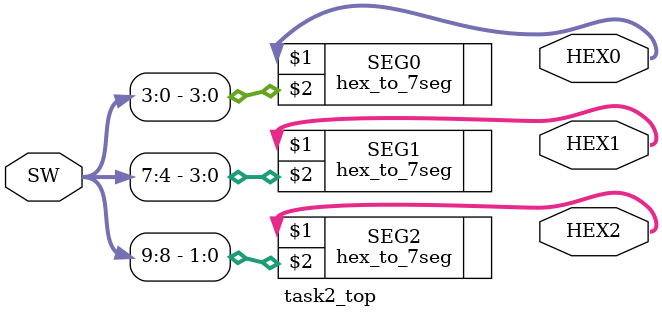
<source format=v>
module task2_top(
	SW,
	HEX0,
	HEX1,
	HEX2
	);
	input		[9:0]SW;
	output	[6:0]HEX0; 
	output	[6:0]HEX1;
	output 	[6:0]HEX2;
	
	hex_to_7seg		SEG0 (HEX0,	SW[3:0]);
	hex_to_7seg 	SEG1 (HEX1, SW[7:4]);
	hex_to_7seg 	SEG2 (HEX2, SW[9:8]);
	
endmodule
</source>
